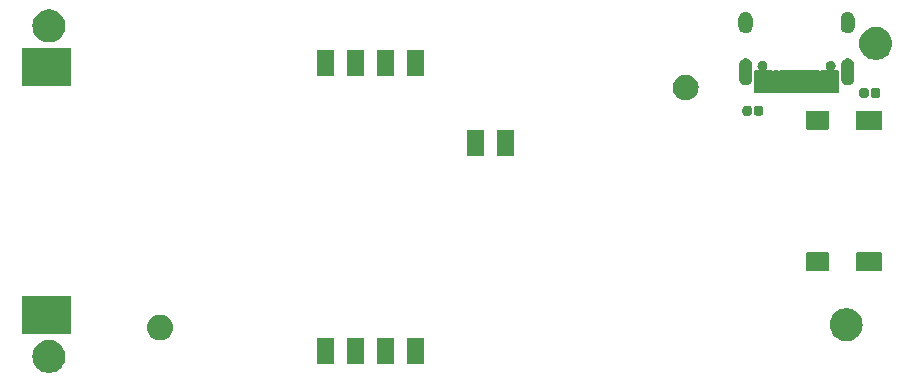
<source format=gts>
G04 #@! TF.GenerationSoftware,KiCad,Pcbnew,8.0.1*
G04 #@! TF.CreationDate,2024-04-28T03:10:51-05:00*
G04 #@! TF.ProjectId,mini_ble,6d696e69-5f62-46c6-952e-6b696361645f,rev?*
G04 #@! TF.SameCoordinates,Original*
G04 #@! TF.FileFunction,Soldermask,Top*
G04 #@! TF.FilePolarity,Negative*
%FSLAX46Y46*%
G04 Gerber Fmt 4.6, Leading zero omitted, Abs format (unit mm)*
G04 Created by KiCad (PCBNEW 8.0.1) date 2024-04-28 03:10:51*
%MOMM*%
%LPD*%
G01*
G04 APERTURE LIST*
G04 APERTURE END LIST*
G36*
X151343680Y-117742840D02*
G01*
X151562374Y-117817917D01*
X151765727Y-117927967D01*
X151948194Y-118069987D01*
X152104797Y-118240102D01*
X152231263Y-118433674D01*
X152324144Y-118645421D01*
X152380906Y-118869568D01*
X152400000Y-119100000D01*
X152380906Y-119330432D01*
X152324144Y-119554579D01*
X152231263Y-119766326D01*
X152104797Y-119959898D01*
X151948194Y-120130013D01*
X151765727Y-120272033D01*
X151562374Y-120382083D01*
X151343680Y-120457160D01*
X151115611Y-120495218D01*
X150884389Y-120495218D01*
X150656320Y-120457160D01*
X150437626Y-120382083D01*
X150234273Y-120272033D01*
X150051806Y-120130013D01*
X149895203Y-119959898D01*
X149768737Y-119766326D01*
X149675856Y-119554579D01*
X149619094Y-119330432D01*
X149600000Y-119100000D01*
X149619094Y-118869568D01*
X149675856Y-118645421D01*
X149768737Y-118433674D01*
X149895203Y-118240102D01*
X150051806Y-118069987D01*
X150234273Y-117927967D01*
X150437626Y-117817917D01*
X150656320Y-117742840D01*
X150884389Y-117704782D01*
X151115611Y-117704782D01*
X151343680Y-117742840D01*
G37*
G36*
X175108268Y-117557612D02*
G01*
X175140711Y-117579289D01*
X175162388Y-117611732D01*
X175170000Y-117650000D01*
X175170000Y-119650000D01*
X175162388Y-119688268D01*
X175140711Y-119720711D01*
X175108268Y-119742388D01*
X175070000Y-119750000D01*
X173770000Y-119750000D01*
X173731732Y-119742388D01*
X173699289Y-119720711D01*
X173677612Y-119688268D01*
X173670000Y-119650000D01*
X173670000Y-117650000D01*
X173677612Y-117611732D01*
X173699289Y-117579289D01*
X173731732Y-117557612D01*
X173770000Y-117550000D01*
X175070000Y-117550000D01*
X175108268Y-117557612D01*
G37*
G36*
X177648268Y-117557612D02*
G01*
X177680711Y-117579289D01*
X177702388Y-117611732D01*
X177710000Y-117650000D01*
X177710000Y-119650000D01*
X177702388Y-119688268D01*
X177680711Y-119720711D01*
X177648268Y-119742388D01*
X177610000Y-119750000D01*
X176310000Y-119750000D01*
X176271732Y-119742388D01*
X176239289Y-119720711D01*
X176217612Y-119688268D01*
X176210000Y-119650000D01*
X176210000Y-117650000D01*
X176217612Y-117611732D01*
X176239289Y-117579289D01*
X176271732Y-117557612D01*
X176310000Y-117550000D01*
X177610000Y-117550000D01*
X177648268Y-117557612D01*
G37*
G36*
X180188268Y-117557612D02*
G01*
X180220711Y-117579289D01*
X180242388Y-117611732D01*
X180250000Y-117650000D01*
X180250000Y-119650000D01*
X180242388Y-119688268D01*
X180220711Y-119720711D01*
X180188268Y-119742388D01*
X180150000Y-119750000D01*
X178850000Y-119750000D01*
X178811732Y-119742388D01*
X178779289Y-119720711D01*
X178757612Y-119688268D01*
X178750000Y-119650000D01*
X178750000Y-117650000D01*
X178757612Y-117611732D01*
X178779289Y-117579289D01*
X178811732Y-117557612D01*
X178850000Y-117550000D01*
X180150000Y-117550000D01*
X180188268Y-117557612D01*
G37*
G36*
X182728268Y-117557612D02*
G01*
X182760711Y-117579289D01*
X182782388Y-117611732D01*
X182790000Y-117650000D01*
X182790000Y-119650000D01*
X182782388Y-119688268D01*
X182760711Y-119720711D01*
X182728268Y-119742388D01*
X182690000Y-119750000D01*
X181390000Y-119750000D01*
X181351732Y-119742388D01*
X181319289Y-119720711D01*
X181297612Y-119688268D01*
X181290000Y-119650000D01*
X181290000Y-117650000D01*
X181297612Y-117611732D01*
X181319289Y-117579289D01*
X181351732Y-117557612D01*
X181390000Y-117550000D01*
X182690000Y-117550000D01*
X182728268Y-117557612D01*
G37*
G36*
X218843680Y-115042840D02*
G01*
X219062374Y-115117917D01*
X219265727Y-115227967D01*
X219448194Y-115369987D01*
X219604797Y-115540102D01*
X219731263Y-115733674D01*
X219824144Y-115945421D01*
X219880906Y-116169568D01*
X219900000Y-116400000D01*
X219880906Y-116630432D01*
X219824144Y-116854579D01*
X219731263Y-117066326D01*
X219604797Y-117259898D01*
X219448194Y-117430013D01*
X219265727Y-117572033D01*
X219062374Y-117682083D01*
X218843680Y-117757160D01*
X218615611Y-117795218D01*
X218384389Y-117795218D01*
X218156320Y-117757160D01*
X217937626Y-117682083D01*
X217734273Y-117572033D01*
X217551806Y-117430013D01*
X217395203Y-117259898D01*
X217268737Y-117066326D01*
X217175856Y-116854579D01*
X217119094Y-116630432D01*
X217100000Y-116400000D01*
X217119094Y-116169568D01*
X217175856Y-115945421D01*
X217268737Y-115733674D01*
X217395203Y-115540102D01*
X217551806Y-115369987D01*
X217734273Y-115227967D01*
X217937626Y-115117917D01*
X218156320Y-115042840D01*
X218384389Y-115004782D01*
X218615611Y-115004782D01*
X218843680Y-115042840D01*
G37*
G36*
X160701029Y-115591992D02*
G01*
X160890312Y-115665320D01*
X161062898Y-115772181D01*
X161212910Y-115908935D01*
X161335239Y-116070925D01*
X161425719Y-116252634D01*
X161481270Y-116447876D01*
X161500000Y-116650000D01*
X161481270Y-116852124D01*
X161425719Y-117047366D01*
X161335239Y-117229075D01*
X161212910Y-117391065D01*
X161062898Y-117527819D01*
X160890312Y-117634680D01*
X160701029Y-117708008D01*
X160501495Y-117745308D01*
X160298505Y-117745308D01*
X160098971Y-117708008D01*
X159909688Y-117634680D01*
X159737102Y-117527819D01*
X159587090Y-117391065D01*
X159464761Y-117229075D01*
X159374281Y-117047366D01*
X159318730Y-116852124D01*
X159300000Y-116650000D01*
X159318730Y-116447876D01*
X159374281Y-116252634D01*
X159464761Y-116070925D01*
X159587090Y-115908935D01*
X159737102Y-115772181D01*
X159909688Y-115665320D01*
X160098971Y-115591992D01*
X160298505Y-115554692D01*
X160501495Y-115554692D01*
X160701029Y-115591992D01*
G37*
G36*
X152838268Y-114007612D02*
G01*
X152870711Y-114029289D01*
X152892388Y-114061732D01*
X152900000Y-114100000D01*
X152900000Y-117100000D01*
X152892388Y-117138268D01*
X152870711Y-117170711D01*
X152838268Y-117192388D01*
X152800000Y-117200000D01*
X148800000Y-117200000D01*
X148761732Y-117192388D01*
X148729289Y-117170711D01*
X148707612Y-117138268D01*
X148700000Y-117100000D01*
X148700000Y-114100000D01*
X148707612Y-114061732D01*
X148729289Y-114029289D01*
X148761732Y-114007612D01*
X148800000Y-114000000D01*
X152800000Y-114000000D01*
X152838268Y-114007612D01*
G37*
G36*
X216963268Y-110307612D02*
G01*
X216995711Y-110329289D01*
X217017388Y-110361732D01*
X217025000Y-110400000D01*
X217025000Y-111800000D01*
X217017388Y-111838268D01*
X216995711Y-111870711D01*
X216963268Y-111892388D01*
X216925000Y-111900000D01*
X215225000Y-111900000D01*
X215186732Y-111892388D01*
X215154289Y-111870711D01*
X215132612Y-111838268D01*
X215125000Y-111800000D01*
X215125000Y-110400000D01*
X215132612Y-110361732D01*
X215154289Y-110329289D01*
X215186732Y-110307612D01*
X215225000Y-110300000D01*
X216925000Y-110300000D01*
X216963268Y-110307612D01*
G37*
G36*
X221488268Y-110307612D02*
G01*
X221520711Y-110329289D01*
X221542388Y-110361732D01*
X221550000Y-110400000D01*
X221550000Y-111800000D01*
X221542388Y-111838268D01*
X221520711Y-111870711D01*
X221488268Y-111892388D01*
X221450000Y-111900000D01*
X219400000Y-111900000D01*
X219361732Y-111892388D01*
X219329289Y-111870711D01*
X219307612Y-111838268D01*
X219300000Y-111800000D01*
X219300000Y-110400000D01*
X219307612Y-110361732D01*
X219329289Y-110329289D01*
X219361732Y-110307612D01*
X219400000Y-110300000D01*
X221450000Y-110300000D01*
X221488268Y-110307612D01*
G37*
G36*
X187808268Y-99947612D02*
G01*
X187840711Y-99969289D01*
X187862388Y-100001732D01*
X187870000Y-100040000D01*
X187870000Y-102040000D01*
X187862388Y-102078268D01*
X187840711Y-102110711D01*
X187808268Y-102132388D01*
X187770000Y-102140000D01*
X186470000Y-102140000D01*
X186431732Y-102132388D01*
X186399289Y-102110711D01*
X186377612Y-102078268D01*
X186370000Y-102040000D01*
X186370000Y-100040000D01*
X186377612Y-100001732D01*
X186399289Y-99969289D01*
X186431732Y-99947612D01*
X186470000Y-99940000D01*
X187770000Y-99940000D01*
X187808268Y-99947612D01*
G37*
G36*
X190348268Y-99947612D02*
G01*
X190380711Y-99969289D01*
X190402388Y-100001732D01*
X190410000Y-100040000D01*
X190410000Y-102040000D01*
X190402388Y-102078268D01*
X190380711Y-102110711D01*
X190348268Y-102132388D01*
X190310000Y-102140000D01*
X189010000Y-102140000D01*
X188971732Y-102132388D01*
X188939289Y-102110711D01*
X188917612Y-102078268D01*
X188910000Y-102040000D01*
X188910000Y-100040000D01*
X188917612Y-100001732D01*
X188939289Y-99969289D01*
X188971732Y-99947612D01*
X189010000Y-99940000D01*
X190310000Y-99940000D01*
X190348268Y-99947612D01*
G37*
G36*
X216963268Y-98307612D02*
G01*
X216995711Y-98329289D01*
X217017388Y-98361732D01*
X217025000Y-98400000D01*
X217025000Y-99800000D01*
X217017388Y-99838268D01*
X216995711Y-99870711D01*
X216963268Y-99892388D01*
X216925000Y-99900000D01*
X215225000Y-99900000D01*
X215186732Y-99892388D01*
X215154289Y-99870711D01*
X215132612Y-99838268D01*
X215125000Y-99800000D01*
X215125000Y-98400000D01*
X215132612Y-98361732D01*
X215154289Y-98329289D01*
X215186732Y-98307612D01*
X215225000Y-98300000D01*
X216925000Y-98300000D01*
X216963268Y-98307612D01*
G37*
G36*
X221488268Y-98307612D02*
G01*
X221520711Y-98329289D01*
X221542388Y-98361732D01*
X221550000Y-98400000D01*
X221550000Y-99800000D01*
X221542388Y-99838268D01*
X221520711Y-99870711D01*
X221488268Y-99892388D01*
X221450000Y-99900000D01*
X219400000Y-99900000D01*
X219361732Y-99892388D01*
X219329289Y-99870711D01*
X219307612Y-99838268D01*
X219300000Y-99800000D01*
X219300000Y-98400000D01*
X219307612Y-98361732D01*
X219329289Y-98329289D01*
X219361732Y-98307612D01*
X219400000Y-98300000D01*
X221450000Y-98300000D01*
X221488268Y-98307612D01*
G37*
G36*
X210266546Y-97880804D02*
G01*
X210317336Y-97886697D01*
X210334690Y-97894359D01*
X210357214Y-97898840D01*
X210381326Y-97914951D01*
X210401881Y-97924027D01*
X210415919Y-97938065D01*
X210437509Y-97952491D01*
X210451934Y-97974080D01*
X210465972Y-97988118D01*
X210475046Y-98008670D01*
X210491160Y-98032786D01*
X210495640Y-98055311D01*
X210503302Y-98072663D01*
X210509192Y-98123442D01*
X210510000Y-98127500D01*
X210510000Y-98472500D01*
X210509192Y-98476558D01*
X210503302Y-98527336D01*
X210495641Y-98544686D01*
X210491160Y-98567214D01*
X210475045Y-98591331D01*
X210465972Y-98611881D01*
X210451936Y-98625916D01*
X210437509Y-98647509D01*
X210415916Y-98661936D01*
X210401881Y-98675972D01*
X210381331Y-98685045D01*
X210357214Y-98701160D01*
X210334686Y-98705641D01*
X210317336Y-98713302D01*
X210266558Y-98719192D01*
X210262500Y-98720000D01*
X209967500Y-98720000D01*
X209963442Y-98719192D01*
X209912663Y-98713302D01*
X209895311Y-98705640D01*
X209872786Y-98701160D01*
X209848670Y-98685046D01*
X209828118Y-98675972D01*
X209814080Y-98661934D01*
X209792491Y-98647509D01*
X209778065Y-98625919D01*
X209764027Y-98611881D01*
X209754951Y-98591326D01*
X209738840Y-98567214D01*
X209734359Y-98544690D01*
X209726697Y-98527336D01*
X209720804Y-98476546D01*
X209720000Y-98472500D01*
X209720000Y-98127500D01*
X209720804Y-98123454D01*
X209726697Y-98072663D01*
X209734360Y-98055307D01*
X209738840Y-98032786D01*
X209754950Y-98008675D01*
X209764027Y-97988118D01*
X209778067Y-97974077D01*
X209792491Y-97952491D01*
X209814077Y-97938067D01*
X209828118Y-97924027D01*
X209848675Y-97914950D01*
X209872786Y-97898840D01*
X209895307Y-97894360D01*
X209912663Y-97886697D01*
X209963454Y-97880804D01*
X209967500Y-97880000D01*
X210262500Y-97880000D01*
X210266546Y-97880804D01*
G37*
G36*
X211236546Y-97880804D02*
G01*
X211287336Y-97886697D01*
X211304690Y-97894359D01*
X211327214Y-97898840D01*
X211351326Y-97914951D01*
X211371881Y-97924027D01*
X211385919Y-97938065D01*
X211407509Y-97952491D01*
X211421934Y-97974080D01*
X211435972Y-97988118D01*
X211445046Y-98008670D01*
X211461160Y-98032786D01*
X211465640Y-98055311D01*
X211473302Y-98072663D01*
X211479192Y-98123442D01*
X211480000Y-98127500D01*
X211480000Y-98472500D01*
X211479192Y-98476558D01*
X211473302Y-98527336D01*
X211465641Y-98544686D01*
X211461160Y-98567214D01*
X211445045Y-98591331D01*
X211435972Y-98611881D01*
X211421936Y-98625916D01*
X211407509Y-98647509D01*
X211385916Y-98661936D01*
X211371881Y-98675972D01*
X211351331Y-98685045D01*
X211327214Y-98701160D01*
X211304686Y-98705641D01*
X211287336Y-98713302D01*
X211236558Y-98719192D01*
X211232500Y-98720000D01*
X210937500Y-98720000D01*
X210933442Y-98719192D01*
X210882663Y-98713302D01*
X210865311Y-98705640D01*
X210842786Y-98701160D01*
X210818670Y-98685046D01*
X210798118Y-98675972D01*
X210784080Y-98661934D01*
X210762491Y-98647509D01*
X210748065Y-98625919D01*
X210734027Y-98611881D01*
X210724951Y-98591326D01*
X210708840Y-98567214D01*
X210704359Y-98544690D01*
X210696697Y-98527336D01*
X210690804Y-98476546D01*
X210690000Y-98472500D01*
X210690000Y-98127500D01*
X210690804Y-98123454D01*
X210696697Y-98072663D01*
X210704360Y-98055307D01*
X210708840Y-98032786D01*
X210724950Y-98008675D01*
X210734027Y-97988118D01*
X210748067Y-97974077D01*
X210762491Y-97952491D01*
X210784077Y-97938067D01*
X210798118Y-97924027D01*
X210818675Y-97914950D01*
X210842786Y-97898840D01*
X210865307Y-97894360D01*
X210882663Y-97886697D01*
X210933454Y-97880804D01*
X210937500Y-97880000D01*
X211232500Y-97880000D01*
X211236546Y-97880804D01*
G37*
G36*
X205201029Y-95271992D02*
G01*
X205390312Y-95345320D01*
X205562898Y-95452181D01*
X205712910Y-95588935D01*
X205835239Y-95750925D01*
X205925719Y-95932634D01*
X205981270Y-96127876D01*
X206000000Y-96330000D01*
X205981270Y-96532124D01*
X205925719Y-96727366D01*
X205835239Y-96909075D01*
X205712910Y-97071065D01*
X205562898Y-97207819D01*
X205390312Y-97314680D01*
X205201029Y-97388008D01*
X205001495Y-97425308D01*
X204798505Y-97425308D01*
X204598971Y-97388008D01*
X204409688Y-97314680D01*
X204237102Y-97207819D01*
X204087090Y-97071065D01*
X203964761Y-96909075D01*
X203874281Y-96727366D01*
X203818730Y-96532124D01*
X203800000Y-96330000D01*
X203818730Y-96127876D01*
X203874281Y-95932634D01*
X203964761Y-95750925D01*
X204087090Y-95588935D01*
X204237102Y-95452181D01*
X204409688Y-95345320D01*
X204598971Y-95271992D01*
X204798505Y-95234692D01*
X205001495Y-95234692D01*
X205201029Y-95271992D01*
G37*
G36*
X220166546Y-96380804D02*
G01*
X220217336Y-96386697D01*
X220234690Y-96394359D01*
X220257214Y-96398840D01*
X220281326Y-96414951D01*
X220301881Y-96424027D01*
X220315919Y-96438065D01*
X220337509Y-96452491D01*
X220351934Y-96474080D01*
X220365972Y-96488118D01*
X220375046Y-96508670D01*
X220391160Y-96532786D01*
X220395640Y-96555311D01*
X220403302Y-96572663D01*
X220409192Y-96623442D01*
X220410000Y-96627500D01*
X220410000Y-96972500D01*
X220409192Y-96976558D01*
X220403302Y-97027336D01*
X220395641Y-97044686D01*
X220391160Y-97067214D01*
X220375045Y-97091331D01*
X220365972Y-97111881D01*
X220351936Y-97125916D01*
X220337509Y-97147509D01*
X220315916Y-97161936D01*
X220301881Y-97175972D01*
X220281331Y-97185045D01*
X220257214Y-97201160D01*
X220234686Y-97205641D01*
X220217336Y-97213302D01*
X220166558Y-97219192D01*
X220162500Y-97220000D01*
X219867500Y-97220000D01*
X219863442Y-97219192D01*
X219812663Y-97213302D01*
X219795311Y-97205640D01*
X219772786Y-97201160D01*
X219748670Y-97185046D01*
X219728118Y-97175972D01*
X219714080Y-97161934D01*
X219692491Y-97147509D01*
X219678065Y-97125919D01*
X219664027Y-97111881D01*
X219654951Y-97091326D01*
X219638840Y-97067214D01*
X219634359Y-97044690D01*
X219626697Y-97027336D01*
X219620804Y-96976546D01*
X219620000Y-96972500D01*
X219620000Y-96627500D01*
X219620804Y-96623454D01*
X219626697Y-96572663D01*
X219634360Y-96555307D01*
X219638840Y-96532786D01*
X219654950Y-96508675D01*
X219664027Y-96488118D01*
X219678067Y-96474077D01*
X219692491Y-96452491D01*
X219714077Y-96438067D01*
X219728118Y-96424027D01*
X219748675Y-96414950D01*
X219772786Y-96398840D01*
X219795307Y-96394360D01*
X219812663Y-96386697D01*
X219863454Y-96380804D01*
X219867500Y-96380000D01*
X220162500Y-96380000D01*
X220166546Y-96380804D01*
G37*
G36*
X221136546Y-96380804D02*
G01*
X221187336Y-96386697D01*
X221204690Y-96394359D01*
X221227214Y-96398840D01*
X221251326Y-96414951D01*
X221271881Y-96424027D01*
X221285919Y-96438065D01*
X221307509Y-96452491D01*
X221321934Y-96474080D01*
X221335972Y-96488118D01*
X221345046Y-96508670D01*
X221361160Y-96532786D01*
X221365640Y-96555311D01*
X221373302Y-96572663D01*
X221379192Y-96623442D01*
X221380000Y-96627500D01*
X221380000Y-96972500D01*
X221379192Y-96976558D01*
X221373302Y-97027336D01*
X221365641Y-97044686D01*
X221361160Y-97067214D01*
X221345045Y-97091331D01*
X221335972Y-97111881D01*
X221321936Y-97125916D01*
X221307509Y-97147509D01*
X221285916Y-97161936D01*
X221271881Y-97175972D01*
X221251331Y-97185045D01*
X221227214Y-97201160D01*
X221204686Y-97205641D01*
X221187336Y-97213302D01*
X221136558Y-97219192D01*
X221132500Y-97220000D01*
X220837500Y-97220000D01*
X220833442Y-97219192D01*
X220782663Y-97213302D01*
X220765311Y-97205640D01*
X220742786Y-97201160D01*
X220718670Y-97185046D01*
X220698118Y-97175972D01*
X220684080Y-97161934D01*
X220662491Y-97147509D01*
X220648065Y-97125919D01*
X220634027Y-97111881D01*
X220624951Y-97091326D01*
X220608840Y-97067214D01*
X220604359Y-97044690D01*
X220596697Y-97027336D01*
X220590804Y-96976546D01*
X220590000Y-96972500D01*
X220590000Y-96627500D01*
X220590804Y-96623454D01*
X220596697Y-96572663D01*
X220604360Y-96555307D01*
X220608840Y-96532786D01*
X220624950Y-96508675D01*
X220634027Y-96488118D01*
X220648067Y-96474077D01*
X220662491Y-96452491D01*
X220684077Y-96438067D01*
X220698118Y-96424027D01*
X220718675Y-96414950D01*
X220742786Y-96398840D01*
X220765307Y-96394360D01*
X220782663Y-96386697D01*
X220833454Y-96380804D01*
X220837500Y-96380000D01*
X221132500Y-96380000D01*
X221136546Y-96380804D01*
G37*
G36*
X217220527Y-94089835D02*
G01*
X217250410Y-94089835D01*
X217285407Y-94100111D01*
X217321332Y-94105801D01*
X217343835Y-94117266D01*
X217366337Y-94123874D01*
X217402826Y-94147324D01*
X217439809Y-94166168D01*
X217453588Y-94179947D01*
X217467978Y-94189195D01*
X217501356Y-94227715D01*
X217533832Y-94260191D01*
X217540019Y-94272334D01*
X217547101Y-94280507D01*
X217572315Y-94335719D01*
X217594199Y-94378668D01*
X217595403Y-94386276D01*
X217597291Y-94390408D01*
X217609417Y-94474756D01*
X217615000Y-94510000D01*
X217609417Y-94545246D01*
X217597291Y-94629591D01*
X217595404Y-94633722D01*
X217594199Y-94641332D01*
X217572310Y-94684290D01*
X217547100Y-94739494D01*
X217540019Y-94747664D01*
X217533832Y-94759809D01*
X217501350Y-94792290D01*
X217480336Y-94816542D01*
X217507032Y-94875000D01*
X217800000Y-94875000D01*
X217838268Y-94882612D01*
X217870711Y-94904289D01*
X217892388Y-94936732D01*
X217900000Y-94975000D01*
X217900000Y-96725000D01*
X217892388Y-96763268D01*
X217870711Y-96795711D01*
X217838268Y-96817388D01*
X217800000Y-96825000D01*
X217500000Y-96825000D01*
X217200000Y-96825000D01*
X217161732Y-96817388D01*
X217129289Y-96795711D01*
X217127892Y-96793621D01*
X217115167Y-96785118D01*
X217084833Y-96785118D01*
X217072107Y-96793620D01*
X217070711Y-96795711D01*
X217038268Y-96817388D01*
X217000000Y-96825000D01*
X216700000Y-96825000D01*
X216400000Y-96825000D01*
X216361732Y-96817388D01*
X216329289Y-96795711D01*
X216327892Y-96793621D01*
X216315167Y-96785118D01*
X216284833Y-96785118D01*
X216272107Y-96793620D01*
X216270711Y-96795711D01*
X216238268Y-96817388D01*
X216200000Y-96825000D01*
X215900000Y-96825000D01*
X215861732Y-96817388D01*
X215829289Y-96795711D01*
X215827892Y-96793621D01*
X215815167Y-96785118D01*
X215784833Y-96785118D01*
X215772107Y-96793620D01*
X215770711Y-96795711D01*
X215738268Y-96817388D01*
X215700000Y-96825000D01*
X215400000Y-96825000D01*
X215361732Y-96817388D01*
X215329289Y-96795711D01*
X215327892Y-96793621D01*
X215315167Y-96785118D01*
X215284833Y-96785118D01*
X215272107Y-96793620D01*
X215270711Y-96795711D01*
X215238268Y-96817388D01*
X215200000Y-96825000D01*
X214900000Y-96825000D01*
X214861732Y-96817388D01*
X214829289Y-96795711D01*
X214827892Y-96793621D01*
X214815167Y-96785118D01*
X214784833Y-96785118D01*
X214772107Y-96793620D01*
X214770711Y-96795711D01*
X214738268Y-96817388D01*
X214700000Y-96825000D01*
X214400000Y-96825000D01*
X214361732Y-96817388D01*
X214329289Y-96795711D01*
X214327892Y-96793621D01*
X214315167Y-96785118D01*
X214284833Y-96785118D01*
X214272107Y-96793620D01*
X214270711Y-96795711D01*
X214238268Y-96817388D01*
X214200000Y-96825000D01*
X213900000Y-96825000D01*
X213861732Y-96817388D01*
X213829289Y-96795711D01*
X213827892Y-96793621D01*
X213815167Y-96785118D01*
X213784833Y-96785118D01*
X213772107Y-96793620D01*
X213770711Y-96795711D01*
X213738268Y-96817388D01*
X213700000Y-96825000D01*
X213400000Y-96825000D01*
X213361732Y-96817388D01*
X213329289Y-96795711D01*
X213327892Y-96793621D01*
X213315167Y-96785118D01*
X213284833Y-96785118D01*
X213272107Y-96793620D01*
X213270711Y-96795711D01*
X213238268Y-96817388D01*
X213200000Y-96825000D01*
X212900000Y-96825000D01*
X212861732Y-96817388D01*
X212829289Y-96795711D01*
X212827892Y-96793621D01*
X212815167Y-96785118D01*
X212784833Y-96785118D01*
X212772107Y-96793620D01*
X212770711Y-96795711D01*
X212738268Y-96817388D01*
X212700000Y-96825000D01*
X212400000Y-96825000D01*
X212361732Y-96817388D01*
X212329289Y-96795711D01*
X212327892Y-96793621D01*
X212315167Y-96785118D01*
X212284833Y-96785118D01*
X212272107Y-96793620D01*
X212270711Y-96795711D01*
X212238268Y-96817388D01*
X212200000Y-96825000D01*
X211900000Y-96825000D01*
X211600000Y-96825000D01*
X211561732Y-96817388D01*
X211529289Y-96795711D01*
X211527892Y-96793621D01*
X211515167Y-96785118D01*
X211484833Y-96785118D01*
X211472107Y-96793620D01*
X211470711Y-96795711D01*
X211438268Y-96817388D01*
X211400000Y-96825000D01*
X211100000Y-96825000D01*
X210800000Y-96825000D01*
X210761732Y-96817388D01*
X210729289Y-96795711D01*
X210707612Y-96763268D01*
X210700000Y-96725000D01*
X210700000Y-94975000D01*
X210707612Y-94936732D01*
X210729289Y-94904289D01*
X210761732Y-94882612D01*
X210800000Y-94875000D01*
X211092966Y-94875000D01*
X211119662Y-94816543D01*
X211098630Y-94792271D01*
X211066168Y-94759809D01*
X211059983Y-94747670D01*
X211052899Y-94739495D01*
X211027677Y-94684266D01*
X211005801Y-94641332D01*
X211004596Y-94633725D01*
X211002708Y-94629591D01*
X210990571Y-94545177D01*
X210985000Y-94510000D01*
X210990571Y-94474825D01*
X211002708Y-94390408D01*
X211004596Y-94386272D01*
X211005801Y-94378668D01*
X211027674Y-94335738D01*
X211052898Y-94280507D01*
X211059982Y-94272331D01*
X211066168Y-94260191D01*
X211098636Y-94227722D01*
X211132021Y-94189195D01*
X211146413Y-94179945D01*
X211160191Y-94166168D01*
X211197168Y-94147326D01*
X211233662Y-94123874D01*
X211256166Y-94117266D01*
X211278668Y-94105801D01*
X211314591Y-94100111D01*
X211349590Y-94089835D01*
X211379473Y-94089835D01*
X211410000Y-94085000D01*
X211440527Y-94089835D01*
X211470410Y-94089835D01*
X211505407Y-94100111D01*
X211541332Y-94105801D01*
X211563835Y-94117266D01*
X211586337Y-94123874D01*
X211622826Y-94147324D01*
X211659809Y-94166168D01*
X211673588Y-94179947D01*
X211687978Y-94189195D01*
X211721356Y-94227715D01*
X211753832Y-94260191D01*
X211760019Y-94272334D01*
X211767101Y-94280507D01*
X211792315Y-94335719D01*
X211814199Y-94378668D01*
X211815403Y-94386276D01*
X211817291Y-94390408D01*
X211829417Y-94474756D01*
X211835000Y-94510000D01*
X211829417Y-94545246D01*
X211817291Y-94629591D01*
X211815404Y-94633722D01*
X211814199Y-94641332D01*
X211792312Y-94684285D01*
X211767100Y-94739495D01*
X211760018Y-94747667D01*
X211753832Y-94759809D01*
X211721357Y-94792283D01*
X211700337Y-94816542D01*
X211727033Y-94875000D01*
X211900000Y-94875000D01*
X212200000Y-94875000D01*
X212238268Y-94882612D01*
X212270711Y-94904289D01*
X212272106Y-94906377D01*
X212284833Y-94914881D01*
X212315167Y-94914881D01*
X212327893Y-94906377D01*
X212329289Y-94904289D01*
X212361732Y-94882612D01*
X212400000Y-94875000D01*
X212700000Y-94875000D01*
X212738268Y-94882612D01*
X212770711Y-94904289D01*
X212772106Y-94906377D01*
X212784833Y-94914881D01*
X212815167Y-94914881D01*
X212827893Y-94906377D01*
X212829289Y-94904289D01*
X212861732Y-94882612D01*
X212900000Y-94875000D01*
X213200000Y-94875000D01*
X213238268Y-94882612D01*
X213270711Y-94904289D01*
X213272106Y-94906377D01*
X213284833Y-94914881D01*
X213315167Y-94914881D01*
X213327893Y-94906377D01*
X213329289Y-94904289D01*
X213361732Y-94882612D01*
X213400000Y-94875000D01*
X213700000Y-94875000D01*
X213738268Y-94882612D01*
X213770711Y-94904289D01*
X213772106Y-94906377D01*
X213784833Y-94914881D01*
X213815167Y-94914881D01*
X213827893Y-94906377D01*
X213829289Y-94904289D01*
X213861732Y-94882612D01*
X213900000Y-94875000D01*
X214200000Y-94875000D01*
X214238268Y-94882612D01*
X214270711Y-94904289D01*
X214272106Y-94906377D01*
X214284833Y-94914881D01*
X214315167Y-94914881D01*
X214327893Y-94906377D01*
X214329289Y-94904289D01*
X214361732Y-94882612D01*
X214400000Y-94875000D01*
X214700000Y-94875000D01*
X214738268Y-94882612D01*
X214770711Y-94904289D01*
X214772106Y-94906377D01*
X214784833Y-94914881D01*
X214815167Y-94914881D01*
X214827893Y-94906377D01*
X214829289Y-94904289D01*
X214861732Y-94882612D01*
X214900000Y-94875000D01*
X215200000Y-94875000D01*
X215238268Y-94882612D01*
X215270711Y-94904289D01*
X215272106Y-94906377D01*
X215284833Y-94914881D01*
X215315167Y-94914881D01*
X215327893Y-94906377D01*
X215329289Y-94904289D01*
X215361732Y-94882612D01*
X215400000Y-94875000D01*
X215700000Y-94875000D01*
X215738268Y-94882612D01*
X215770711Y-94904289D01*
X215772106Y-94906377D01*
X215784833Y-94914881D01*
X215815167Y-94914881D01*
X215827893Y-94906377D01*
X215829289Y-94904289D01*
X215861732Y-94882612D01*
X215900000Y-94875000D01*
X216200000Y-94875000D01*
X216238268Y-94882612D01*
X216270711Y-94904289D01*
X216272106Y-94906377D01*
X216284833Y-94914881D01*
X216315167Y-94914881D01*
X216327893Y-94906377D01*
X216329289Y-94904289D01*
X216361732Y-94882612D01*
X216400000Y-94875000D01*
X216700000Y-94875000D01*
X216872967Y-94875000D01*
X216899663Y-94816542D01*
X216878639Y-94792280D01*
X216846168Y-94759809D01*
X216839982Y-94747669D01*
X216832899Y-94739495D01*
X216807677Y-94684266D01*
X216785801Y-94641332D01*
X216784596Y-94633725D01*
X216782708Y-94629591D01*
X216770571Y-94545177D01*
X216765000Y-94510000D01*
X216770571Y-94474825D01*
X216782708Y-94390408D01*
X216784596Y-94386272D01*
X216785801Y-94378668D01*
X216807674Y-94335738D01*
X216832898Y-94280507D01*
X216839982Y-94272331D01*
X216846168Y-94260191D01*
X216878636Y-94227722D01*
X216912021Y-94189195D01*
X216926413Y-94179945D01*
X216940191Y-94166168D01*
X216977168Y-94147326D01*
X217013662Y-94123874D01*
X217036166Y-94117266D01*
X217058668Y-94105801D01*
X217094591Y-94100111D01*
X217129590Y-94089835D01*
X217159473Y-94089835D01*
X217190000Y-94085000D01*
X217220527Y-94089835D01*
G37*
G36*
X152838268Y-93007612D02*
G01*
X152870711Y-93029289D01*
X152892388Y-93061732D01*
X152900000Y-93100000D01*
X152900000Y-96100000D01*
X152892388Y-96138268D01*
X152870711Y-96170711D01*
X152838268Y-96192388D01*
X152800000Y-96200000D01*
X148800000Y-96200000D01*
X148761732Y-96192388D01*
X148729289Y-96170711D01*
X148707612Y-96138268D01*
X148700000Y-96100000D01*
X148700000Y-93100000D01*
X148707612Y-93061732D01*
X148729289Y-93029289D01*
X148761732Y-93007612D01*
X148800000Y-93000000D01*
X152800000Y-93000000D01*
X152838268Y-93007612D01*
G37*
G36*
X210190476Y-93901866D02*
G01*
X210314819Y-93973656D01*
X210416344Y-94075181D01*
X210488134Y-94199524D01*
X210525295Y-94338211D01*
X210530000Y-95610000D01*
X210525295Y-95681789D01*
X210488134Y-95820476D01*
X210416344Y-95944819D01*
X210314819Y-96046344D01*
X210190476Y-96118134D01*
X210051789Y-96155295D01*
X209908211Y-96155295D01*
X209769524Y-96118134D01*
X209645181Y-96046344D01*
X209543656Y-95944819D01*
X209471866Y-95820476D01*
X209434705Y-95681789D01*
X209430000Y-94410000D01*
X209434705Y-94338211D01*
X209471866Y-94199524D01*
X209543656Y-94075181D01*
X209645181Y-93973656D01*
X209769524Y-93901866D01*
X209908211Y-93864705D01*
X210051789Y-93864705D01*
X210190476Y-93901866D01*
G37*
G36*
X218830476Y-93901866D02*
G01*
X218954819Y-93973656D01*
X219056344Y-94075181D01*
X219128134Y-94199524D01*
X219165295Y-94338211D01*
X219170000Y-95610000D01*
X219165295Y-95681789D01*
X219128134Y-95820476D01*
X219056344Y-95944819D01*
X218954819Y-96046344D01*
X218830476Y-96118134D01*
X218691789Y-96155295D01*
X218548211Y-96155295D01*
X218409524Y-96118134D01*
X218285181Y-96046344D01*
X218183656Y-95944819D01*
X218111866Y-95820476D01*
X218074705Y-95681789D01*
X218070000Y-94410000D01*
X218074705Y-94338211D01*
X218111866Y-94199524D01*
X218183656Y-94075181D01*
X218285181Y-93973656D01*
X218409524Y-93901866D01*
X218548211Y-93864705D01*
X218691789Y-93864705D01*
X218830476Y-93901866D01*
G37*
G36*
X175108268Y-93147612D02*
G01*
X175140711Y-93169289D01*
X175162388Y-93201732D01*
X175170000Y-93240000D01*
X175170000Y-95240000D01*
X175162388Y-95278268D01*
X175140711Y-95310711D01*
X175108268Y-95332388D01*
X175070000Y-95340000D01*
X173770000Y-95340000D01*
X173731732Y-95332388D01*
X173699289Y-95310711D01*
X173677612Y-95278268D01*
X173670000Y-95240000D01*
X173670000Y-93240000D01*
X173677612Y-93201732D01*
X173699289Y-93169289D01*
X173731732Y-93147612D01*
X173770000Y-93140000D01*
X175070000Y-93140000D01*
X175108268Y-93147612D01*
G37*
G36*
X177648268Y-93147612D02*
G01*
X177680711Y-93169289D01*
X177702388Y-93201732D01*
X177710000Y-93240000D01*
X177710000Y-95240000D01*
X177702388Y-95278268D01*
X177680711Y-95310711D01*
X177648268Y-95332388D01*
X177610000Y-95340000D01*
X176310000Y-95340000D01*
X176271732Y-95332388D01*
X176239289Y-95310711D01*
X176217612Y-95278268D01*
X176210000Y-95240000D01*
X176210000Y-93240000D01*
X176217612Y-93201732D01*
X176239289Y-93169289D01*
X176271732Y-93147612D01*
X176310000Y-93140000D01*
X177610000Y-93140000D01*
X177648268Y-93147612D01*
G37*
G36*
X180188268Y-93147612D02*
G01*
X180220711Y-93169289D01*
X180242388Y-93201732D01*
X180250000Y-93240000D01*
X180250000Y-95240000D01*
X180242388Y-95278268D01*
X180220711Y-95310711D01*
X180188268Y-95332388D01*
X180150000Y-95340000D01*
X178850000Y-95340000D01*
X178811732Y-95332388D01*
X178779289Y-95310711D01*
X178757612Y-95278268D01*
X178750000Y-95240000D01*
X178750000Y-93240000D01*
X178757612Y-93201732D01*
X178779289Y-93169289D01*
X178811732Y-93147612D01*
X178850000Y-93140000D01*
X180150000Y-93140000D01*
X180188268Y-93147612D01*
G37*
G36*
X182728268Y-93147612D02*
G01*
X182760711Y-93169289D01*
X182782388Y-93201732D01*
X182790000Y-93240000D01*
X182790000Y-95240000D01*
X182782388Y-95278268D01*
X182760711Y-95310711D01*
X182728268Y-95332388D01*
X182690000Y-95340000D01*
X181390000Y-95340000D01*
X181351732Y-95332388D01*
X181319289Y-95310711D01*
X181297612Y-95278268D01*
X181290000Y-95240000D01*
X181290000Y-93240000D01*
X181297612Y-93201732D01*
X181319289Y-93169289D01*
X181351732Y-93147612D01*
X181390000Y-93140000D01*
X182690000Y-93140000D01*
X182728268Y-93147612D01*
G37*
G36*
X221343680Y-91242840D02*
G01*
X221562374Y-91317917D01*
X221765727Y-91427967D01*
X221948194Y-91569987D01*
X222104797Y-91740102D01*
X222231263Y-91933674D01*
X222324144Y-92145421D01*
X222380906Y-92369568D01*
X222400000Y-92600000D01*
X222380906Y-92830432D01*
X222324144Y-93054579D01*
X222231263Y-93266326D01*
X222104797Y-93459898D01*
X221948194Y-93630013D01*
X221765727Y-93772033D01*
X221562374Y-93882083D01*
X221343680Y-93957160D01*
X221115611Y-93995218D01*
X220884389Y-93995218D01*
X220656320Y-93957160D01*
X220437626Y-93882083D01*
X220234273Y-93772033D01*
X220051806Y-93630013D01*
X219895203Y-93459898D01*
X219768737Y-93266326D01*
X219675856Y-93054579D01*
X219619094Y-92830432D01*
X219600000Y-92600000D01*
X219619094Y-92369568D01*
X219675856Y-92145421D01*
X219768737Y-91933674D01*
X219895203Y-91740102D01*
X220051806Y-91569987D01*
X220234273Y-91427967D01*
X220437626Y-91317917D01*
X220656320Y-91242840D01*
X220884389Y-91204782D01*
X221115611Y-91204782D01*
X221343680Y-91242840D01*
G37*
G36*
X151343680Y-89742840D02*
G01*
X151562374Y-89817917D01*
X151765727Y-89927967D01*
X151948194Y-90069987D01*
X152104797Y-90240102D01*
X152231263Y-90433674D01*
X152324144Y-90645421D01*
X152380906Y-90869568D01*
X152400000Y-91100000D01*
X152380906Y-91330432D01*
X152324144Y-91554579D01*
X152231263Y-91766326D01*
X152104797Y-91959898D01*
X151948194Y-92130013D01*
X151765727Y-92272033D01*
X151562374Y-92382083D01*
X151343680Y-92457160D01*
X151115611Y-92495218D01*
X150884389Y-92495218D01*
X150656320Y-92457160D01*
X150437626Y-92382083D01*
X150234273Y-92272033D01*
X150051806Y-92130013D01*
X149895203Y-91959898D01*
X149768737Y-91766326D01*
X149675856Y-91554579D01*
X149619094Y-91330432D01*
X149600000Y-91100000D01*
X149619094Y-90869568D01*
X149675856Y-90645421D01*
X149768737Y-90433674D01*
X149895203Y-90240102D01*
X150051806Y-90069987D01*
X150234273Y-89927967D01*
X150437626Y-89817917D01*
X150656320Y-89742840D01*
X150884389Y-89704782D01*
X151115611Y-89704782D01*
X151343680Y-89742840D01*
G37*
G36*
X210048858Y-89935133D02*
G01*
X210058316Y-89935133D01*
X210085563Y-89942433D01*
X210154099Y-89956066D01*
X210186448Y-89969465D01*
X210209610Y-89975672D01*
X210230377Y-89987662D01*
X210262722Y-90001060D01*
X210320816Y-90039877D01*
X210345257Y-90053988D01*
X210351946Y-90060677D01*
X210360481Y-90066380D01*
X210443619Y-90149518D01*
X210449321Y-90158052D01*
X210456012Y-90164743D01*
X210470124Y-90189186D01*
X210508939Y-90247277D01*
X210522335Y-90279618D01*
X210534328Y-90300390D01*
X210540535Y-90323555D01*
X210553933Y-90355900D01*
X210567563Y-90424428D01*
X210574867Y-90451684D01*
X210574941Y-90461518D01*
X210576893Y-90471330D01*
X210579994Y-91128878D01*
X210579991Y-91128921D01*
X210580000Y-91130000D01*
X210579755Y-91133724D01*
X210577110Y-91187577D01*
X210575791Y-91194203D01*
X210574867Y-91208316D01*
X210567562Y-91235576D01*
X210553933Y-91304099D01*
X210540535Y-91336441D01*
X210534328Y-91359610D01*
X210522334Y-91380383D01*
X210508939Y-91412722D01*
X210470128Y-91470805D01*
X210456012Y-91495257D01*
X210449319Y-91501949D01*
X210443619Y-91510481D01*
X210360481Y-91593619D01*
X210351949Y-91599319D01*
X210345257Y-91606012D01*
X210320805Y-91620128D01*
X210262722Y-91658939D01*
X210230383Y-91672334D01*
X210209610Y-91684328D01*
X210186441Y-91690535D01*
X210154099Y-91703933D01*
X210085569Y-91717564D01*
X210058316Y-91724867D01*
X210048858Y-91724867D01*
X210038788Y-91726870D01*
X209921212Y-91726870D01*
X209911142Y-91724867D01*
X209901684Y-91724867D01*
X209874432Y-91717564D01*
X209805900Y-91703933D01*
X209773555Y-91690535D01*
X209750390Y-91684328D01*
X209729618Y-91672335D01*
X209697277Y-91658939D01*
X209639186Y-91620124D01*
X209614743Y-91606012D01*
X209608052Y-91599321D01*
X209599518Y-91593619D01*
X209516380Y-91510481D01*
X209510677Y-91501946D01*
X209503988Y-91495257D01*
X209489877Y-91470816D01*
X209451060Y-91412722D01*
X209437662Y-91380377D01*
X209425672Y-91359610D01*
X209419465Y-91336448D01*
X209406066Y-91304099D01*
X209392433Y-91235560D01*
X209385133Y-91208316D01*
X209385058Y-91198485D01*
X209383106Y-91188669D01*
X209380005Y-90531121D01*
X209380008Y-90531059D01*
X209380000Y-90530000D01*
X209380239Y-90526339D01*
X209382889Y-90472422D01*
X209384208Y-90465787D01*
X209385133Y-90451684D01*
X209392432Y-90424440D01*
X209406066Y-90355900D01*
X209419466Y-90323548D01*
X209425672Y-90300390D01*
X209437660Y-90279624D01*
X209451060Y-90247277D01*
X209489881Y-90189175D01*
X209503988Y-90164743D01*
X209510675Y-90158055D01*
X209516380Y-90149518D01*
X209599518Y-90066380D01*
X209608055Y-90060675D01*
X209614743Y-90053988D01*
X209639175Y-90039881D01*
X209697277Y-90001060D01*
X209729624Y-89987660D01*
X209750390Y-89975672D01*
X209773548Y-89969466D01*
X209805900Y-89956066D01*
X209874437Y-89942433D01*
X209901684Y-89935133D01*
X209911142Y-89935133D01*
X209921212Y-89933130D01*
X210038788Y-89933130D01*
X210048858Y-89935133D01*
G37*
G36*
X218688858Y-89935133D02*
G01*
X218698316Y-89935133D01*
X218725563Y-89942433D01*
X218794099Y-89956066D01*
X218826448Y-89969465D01*
X218849610Y-89975672D01*
X218870377Y-89987662D01*
X218902722Y-90001060D01*
X218960816Y-90039877D01*
X218985257Y-90053988D01*
X218991946Y-90060677D01*
X219000481Y-90066380D01*
X219083619Y-90149518D01*
X219089321Y-90158052D01*
X219096012Y-90164743D01*
X219110124Y-90189186D01*
X219148939Y-90247277D01*
X219162335Y-90279618D01*
X219174328Y-90300390D01*
X219180535Y-90323555D01*
X219193933Y-90355900D01*
X219207563Y-90424428D01*
X219214867Y-90451684D01*
X219214941Y-90461518D01*
X219216893Y-90471330D01*
X219219994Y-91128878D01*
X219219991Y-91128921D01*
X219220000Y-91130000D01*
X219219755Y-91133724D01*
X219217110Y-91187577D01*
X219215791Y-91194203D01*
X219214867Y-91208316D01*
X219207562Y-91235576D01*
X219193933Y-91304099D01*
X219180535Y-91336441D01*
X219174328Y-91359610D01*
X219162334Y-91380383D01*
X219148939Y-91412722D01*
X219110128Y-91470805D01*
X219096012Y-91495257D01*
X219089319Y-91501949D01*
X219083619Y-91510481D01*
X219000481Y-91593619D01*
X218991949Y-91599319D01*
X218985257Y-91606012D01*
X218960805Y-91620128D01*
X218902722Y-91658939D01*
X218870383Y-91672334D01*
X218849610Y-91684328D01*
X218826441Y-91690535D01*
X218794099Y-91703933D01*
X218725569Y-91717564D01*
X218698316Y-91724867D01*
X218688858Y-91724867D01*
X218678788Y-91726870D01*
X218561212Y-91726870D01*
X218551142Y-91724867D01*
X218541684Y-91724867D01*
X218514432Y-91717564D01*
X218445900Y-91703933D01*
X218413555Y-91690535D01*
X218390390Y-91684328D01*
X218369618Y-91672335D01*
X218337277Y-91658939D01*
X218279186Y-91620124D01*
X218254743Y-91606012D01*
X218248052Y-91599321D01*
X218239518Y-91593619D01*
X218156380Y-91510481D01*
X218150677Y-91501946D01*
X218143988Y-91495257D01*
X218129877Y-91470816D01*
X218091060Y-91412722D01*
X218077662Y-91380377D01*
X218065672Y-91359610D01*
X218059465Y-91336448D01*
X218046066Y-91304099D01*
X218032433Y-91235560D01*
X218025133Y-91208316D01*
X218025058Y-91198485D01*
X218023106Y-91188669D01*
X218020005Y-90531121D01*
X218020008Y-90531059D01*
X218020000Y-90530000D01*
X218020239Y-90526339D01*
X218022889Y-90472422D01*
X218024208Y-90465787D01*
X218025133Y-90451684D01*
X218032432Y-90424440D01*
X218046066Y-90355900D01*
X218059466Y-90323548D01*
X218065672Y-90300390D01*
X218077660Y-90279624D01*
X218091060Y-90247277D01*
X218129881Y-90189175D01*
X218143988Y-90164743D01*
X218150675Y-90158055D01*
X218156380Y-90149518D01*
X218239518Y-90066380D01*
X218248055Y-90060675D01*
X218254743Y-90053988D01*
X218279175Y-90039881D01*
X218337277Y-90001060D01*
X218369624Y-89987660D01*
X218390390Y-89975672D01*
X218413548Y-89969466D01*
X218445900Y-89956066D01*
X218514437Y-89942433D01*
X218541684Y-89935133D01*
X218551142Y-89935133D01*
X218561212Y-89933130D01*
X218678788Y-89933130D01*
X218688858Y-89935133D01*
G37*
M02*

</source>
